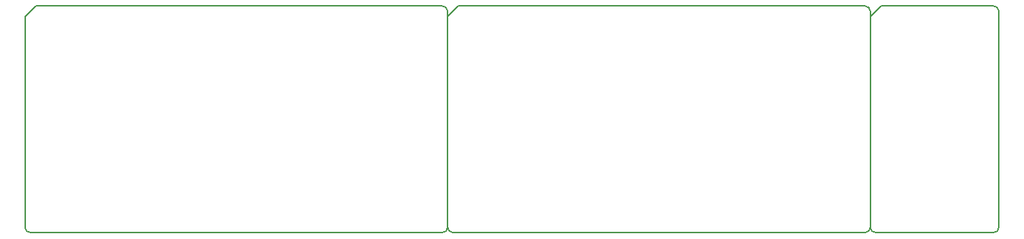
<source format=gbr>
%TF.GenerationSoftware,KiCad,Pcbnew,4.1.0-alpha+201607250105+6992~46~ubuntu15.10.1-product*%
%TF.CreationDate,2016-10-28T12:30:36+02:00*%
%TF.ProjectId,robot1,726F626F74312E6B696361645F706362,rev?*%
%TF.FileFunction,Profile,NP*%
%FSLAX46Y46*%
G04 Gerber Fmt 4.6, Leading zero omitted, Abs format (unit mm)*
G04 Created by KiCad (PCBNEW 4.1.0-alpha+201607250105+6992~46~ubuntu15.10.1-product) date Fri Oct 28 12:30:36 2016*
%MOMM*%
%LPD*%
G01*
G04 APERTURE LIST*
%ADD10C,0.100000*%
%ADD11C,0.150000*%
G04 APERTURE END LIST*
D10*
D11*
X147320000Y-108839000D02*
G75*
G03X147955000Y-108204000I0J635000D01*
G01*
X147955000Y-108204000D02*
G75*
G03X148590000Y-108839000I635000J0D01*
G01*
X196977000Y-108839000D02*
G75*
G03X197612000Y-108204000I0J635000D01*
G01*
X197612000Y-108204000D02*
G75*
G03X198247000Y-108839000I635000J0D01*
G01*
X212090000Y-108839000D02*
G75*
G03X212725000Y-108204000I0J635000D01*
G01*
X212725000Y-82804000D02*
G75*
G03X212090000Y-82169000I-635000J0D01*
G01*
X197612000Y-82804000D02*
G75*
G03X196977000Y-82169000I-635000J0D01*
G01*
X147955000Y-82804000D02*
G75*
G03X147320000Y-82169000I-635000J0D01*
G01*
X197612000Y-83439000D02*
X197612000Y-82804000D01*
X147955000Y-83439000D02*
X147955000Y-82804000D01*
X147955000Y-83439000D02*
X149225000Y-82169000D01*
X197612000Y-83439000D02*
X198882000Y-82169000D01*
X98298000Y-83439000D02*
X99568000Y-82169000D01*
X98298000Y-108204000D02*
G75*
G03X98933000Y-108839000I635000J0D01*
G01*
X149225000Y-82169000D02*
X196977000Y-82169000D01*
X148590000Y-108839000D02*
X196977000Y-108839000D01*
X212725000Y-82804000D02*
X212725000Y-108204000D01*
X198882000Y-82169000D02*
X212090000Y-82169000D01*
X198247000Y-108839000D02*
X212090000Y-108839000D01*
X197612000Y-83439000D02*
X197612000Y-108204000D01*
X147955000Y-83439000D02*
X147955000Y-108204000D01*
X98933000Y-108839000D02*
X147320000Y-108839000D01*
X99568000Y-82169000D02*
X147320000Y-82169000D01*
X98298000Y-83439000D02*
X98298000Y-108204000D01*
M02*

</source>
